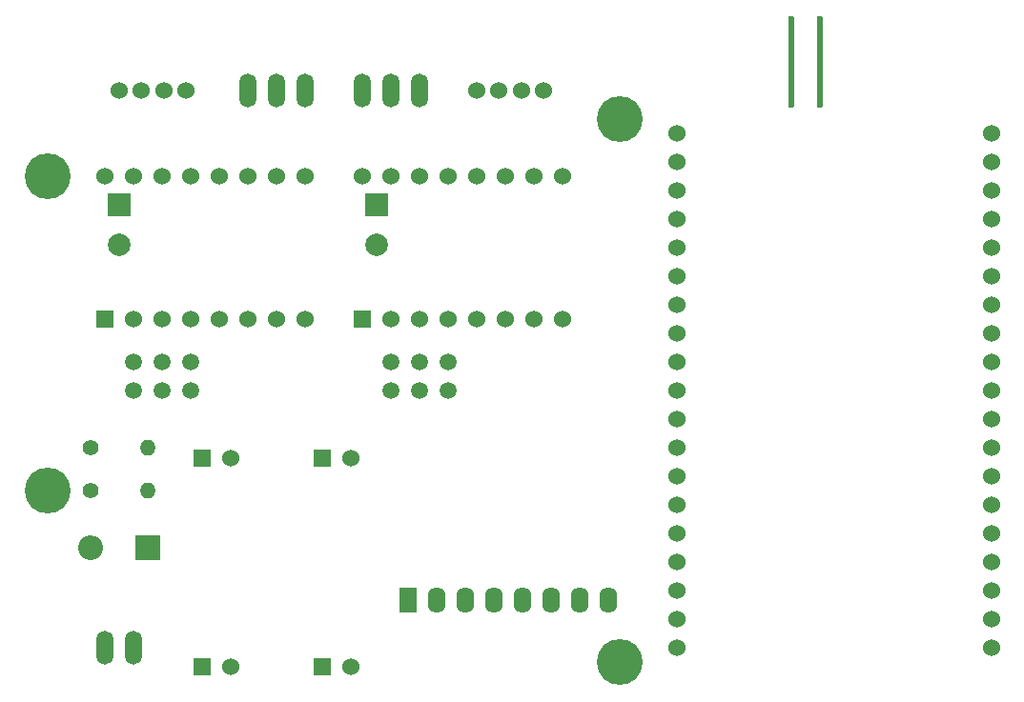
<source format=gbr>
G04 #@! TF.FileFunction,Copper,L2,Bot,Signal*
%FSLAX46Y46*%
G04 Gerber Fmt 4.6, Leading zero omitted, Abs format (unit mm)*
G04 Created by KiCad (PCBNEW 4.0.6) date 01/23/18 11:03:34*
%MOMM*%
%LPD*%
G01*
G04 APERTURE LIST*
%ADD10C,0.100000*%
%ADD11C,4.064000*%
%ADD12R,1.524000X1.524000*%
%ADD13C,1.524000*%
%ADD14R,1.600000X2.300000*%
%ADD15O,1.600000X2.300000*%
%ADD16O,1.510000X3.010000*%
%ADD17C,1.400000*%
%ADD18O,1.400000X1.400000*%
%ADD19C,1.510000*%
%ADD20R,2.200000X2.200000*%
%ADD21O,2.200000X2.200000*%
%ADD22R,2.000000X2.000000*%
%ADD23C,2.000000*%
%ADD24C,0.600000*%
%ADD25C,0.500000*%
G04 APERTURE END LIST*
D10*
D11*
X118110000Y-110490000D03*
X118110000Y-138430000D03*
X168910000Y-153670000D03*
D12*
X146050000Y-123190000D03*
D13*
X148590000Y-123190000D03*
X151130000Y-123190000D03*
X153670000Y-123190000D03*
X156210000Y-123190000D03*
X158750000Y-123190000D03*
X161290000Y-123190000D03*
X163830000Y-123190000D03*
X163830000Y-110490000D03*
X161290000Y-110490000D03*
X158750000Y-110490000D03*
X156210000Y-110490000D03*
X153670000Y-110490000D03*
X151130000Y-110490000D03*
X148590000Y-110490000D03*
X146050000Y-110490000D03*
D12*
X123190000Y-123190000D03*
D13*
X125730000Y-123190000D03*
X128270000Y-123190000D03*
X130810000Y-123190000D03*
X133350000Y-123190000D03*
X135890000Y-123190000D03*
X138430000Y-123190000D03*
X140970000Y-123190000D03*
X140970000Y-110490000D03*
X138430000Y-110490000D03*
X135890000Y-110490000D03*
X133350000Y-110490000D03*
X130810000Y-110490000D03*
X128270000Y-110490000D03*
X125730000Y-110490000D03*
X123190000Y-110490000D03*
X145034000Y-135509000D03*
D12*
X131826000Y-135509000D03*
D13*
X145034000Y-154051000D03*
D12*
X131826000Y-154051000D03*
X142494000Y-154051000D03*
X142494000Y-135509000D03*
D13*
X134366000Y-135509000D03*
X134366000Y-154051000D03*
X201930000Y-106680000D03*
X201930000Y-109220000D03*
X201930000Y-111760000D03*
X201930000Y-114300000D03*
X201930000Y-116840000D03*
X201930000Y-119380000D03*
X201930000Y-121920000D03*
X201930000Y-124460000D03*
X201930000Y-127000000D03*
X201930000Y-129540000D03*
X201930000Y-132080000D03*
X201930000Y-134620000D03*
X201930000Y-137160000D03*
X201930000Y-139700000D03*
X201930000Y-142240000D03*
X201930000Y-144780000D03*
X201930000Y-147320000D03*
X201930000Y-149860000D03*
X201930000Y-152400000D03*
X173990000Y-152400000D03*
X173990000Y-149860000D03*
X173990000Y-147320000D03*
X173990000Y-144780000D03*
X173990000Y-142240000D03*
X173990000Y-139700000D03*
X173990000Y-137160000D03*
X173990000Y-134620000D03*
X173990000Y-132080000D03*
X173990000Y-129540000D03*
X173990000Y-127000000D03*
X173990000Y-124460000D03*
X173990000Y-121920000D03*
X173990000Y-119380000D03*
X173990000Y-116840000D03*
X173990000Y-114300000D03*
X173990000Y-111760000D03*
X173990000Y-109220000D03*
X173990000Y-106680000D03*
D14*
X150110000Y-148160000D03*
D15*
X152650000Y-148160000D03*
X155190000Y-148160000D03*
X157730000Y-148160000D03*
X160270000Y-148160000D03*
X162810000Y-148160000D03*
X165350000Y-148160000D03*
X167890000Y-148160000D03*
D16*
X125730000Y-152400000D03*
X123190000Y-152400000D03*
D17*
X121920000Y-138430000D03*
D18*
X127000000Y-138430000D03*
D17*
X121920000Y-134620000D03*
D18*
X127000000Y-134620000D03*
D13*
X156210000Y-102870000D03*
X158210000Y-102870000D03*
X160210000Y-102870000D03*
X162210000Y-102870000D03*
X124460000Y-102870000D03*
X126460000Y-102870000D03*
X128460000Y-102870000D03*
X130460000Y-102870000D03*
D19*
X148590000Y-127000000D03*
X148590000Y-129540000D03*
X151130000Y-127000000D03*
X151130000Y-129540000D03*
X153670000Y-127000000D03*
X153670000Y-129540000D03*
D16*
X146050000Y-102870000D03*
X148590000Y-102870000D03*
X151130000Y-102870000D03*
D19*
X125730000Y-127000000D03*
X125730000Y-129540000D03*
X128270000Y-127000000D03*
X128270000Y-129540000D03*
X130810000Y-127000000D03*
X130810000Y-129540000D03*
D16*
X135890000Y-102870000D03*
X138430000Y-102870000D03*
X140970000Y-102870000D03*
D20*
X127000000Y-143510000D03*
D21*
X121920000Y-143510000D03*
D22*
X147320000Y-113030000D03*
D23*
X147320000Y-116530000D03*
D22*
X124460000Y-113030000D03*
D23*
X124460000Y-116530000D03*
D11*
X168910000Y-105410000D03*
D24*
X184150000Y-96520000D03*
X184150000Y-104140000D03*
X186690000Y-96520000D03*
X186690000Y-104140000D03*
D25*
X184150000Y-104140000D02*
X184150000Y-96520000D01*
X186690000Y-104140000D02*
X186690000Y-96520000D01*
M02*

</source>
